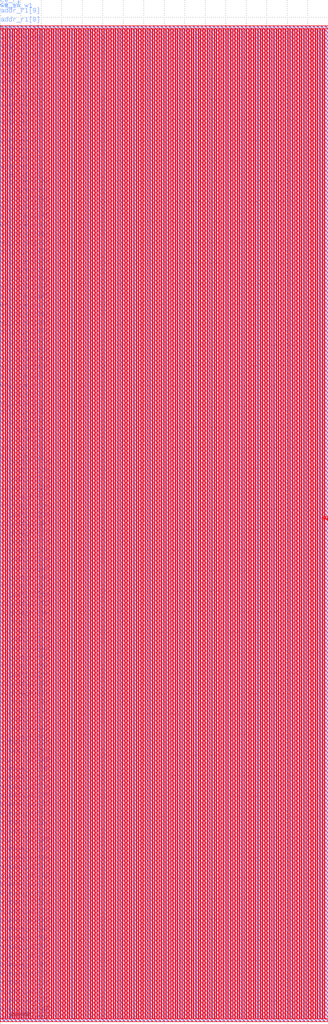
<source format=lef>
VERSION 5.7 ;
BUSBITCHARS "[]" ;
MACRO fakeram_32x1024_1r1w
  FOREIGN fakeram_32x1024_1r1w 0 0 ;
  SYMMETRY X Y R90 ;
  SIZE 159.980 BY 485.800 ;
  CLASS BLOCK ;
  PIN w_mask_w1[0]
    DIRECTION INPUT ;
    USE SIGNAL ;
    SHAPE ABUTMENT ;
    PORT
      LAYER metal3 ;
      RECT 0.000 -0.595 0.070 -0.525 ;
    END
  END w_mask_w1[0]
  PIN w_mask_w1[1]
    DIRECTION INPUT ;
    USE SIGNAL ;
    SHAPE ABUTMENT ;
    PORT
      LAYER metal3 ;
      RECT 0.000 3.745 0.070 3.815 ;
    END
  END w_mask_w1[1]
  PIN w_mask_w1[2]
    DIRECTION INPUT ;
    USE SIGNAL ;
    SHAPE ABUTMENT ;
    PORT
      LAYER metal3 ;
      RECT 0.000 8.085 0.070 8.155 ;
    END
  END w_mask_w1[2]
  PIN w_mask_w1[3]
    DIRECTION INPUT ;
    USE SIGNAL ;
    SHAPE ABUTMENT ;
    PORT
      LAYER metal3 ;
      RECT 0.000 12.425 0.070 12.495 ;
    END
  END w_mask_w1[3]
  PIN w_mask_w1[4]
    DIRECTION INPUT ;
    USE SIGNAL ;
    SHAPE ABUTMENT ;
    PORT
      LAYER metal3 ;
      RECT 0.000 16.765 0.070 16.835 ;
    END
  END w_mask_w1[4]
  PIN w_mask_w1[5]
    DIRECTION INPUT ;
    USE SIGNAL ;
    SHAPE ABUTMENT ;
    PORT
      LAYER metal3 ;
      RECT 0.000 21.105 0.070 21.175 ;
    END
  END w_mask_w1[5]
  PIN w_mask_w1[6]
    DIRECTION INPUT ;
    USE SIGNAL ;
    SHAPE ABUTMENT ;
    PORT
      LAYER metal3 ;
      RECT 0.000 25.445 0.070 25.515 ;
    END
  END w_mask_w1[6]
  PIN w_mask_w1[7]
    DIRECTION INPUT ;
    USE SIGNAL ;
    SHAPE ABUTMENT ;
    PORT
      LAYER metal3 ;
      RECT 0.000 29.785 0.070 29.855 ;
    END
  END w_mask_w1[7]
  PIN w_mask_w1[8]
    DIRECTION INPUT ;
    USE SIGNAL ;
    SHAPE ABUTMENT ;
    PORT
      LAYER metal3 ;
      RECT 0.000 34.125 0.070 34.195 ;
    END
  END w_mask_w1[8]
  PIN w_mask_w1[9]
    DIRECTION INPUT ;
    USE SIGNAL ;
    SHAPE ABUTMENT ;
    PORT
      LAYER metal3 ;
      RECT 0.000 38.465 0.070 38.535 ;
    END
  END w_mask_w1[9]
  PIN w_mask_w1[10]
    DIRECTION INPUT ;
    USE SIGNAL ;
    SHAPE ABUTMENT ;
    PORT
      LAYER metal3 ;
      RECT 0.000 42.805 0.070 42.875 ;
    END
  END w_mask_w1[10]
  PIN w_mask_w1[11]
    DIRECTION INPUT ;
    USE SIGNAL ;
    SHAPE ABUTMENT ;
    PORT
      LAYER metal3 ;
      RECT 0.000 47.145 0.070 47.215 ;
    END
  END w_mask_w1[11]
  PIN w_mask_w1[12]
    DIRECTION INPUT ;
    USE SIGNAL ;
    SHAPE ABUTMENT ;
    PORT
      LAYER metal3 ;
      RECT 0.000 51.485 0.070 51.555 ;
    END
  END w_mask_w1[12]
  PIN w_mask_w1[13]
    DIRECTION INPUT ;
    USE SIGNAL ;
    SHAPE ABUTMENT ;
    PORT
      LAYER metal3 ;
      RECT 0.000 55.825 0.070 55.895 ;
    END
  END w_mask_w1[13]
  PIN w_mask_w1[14]
    DIRECTION INPUT ;
    USE SIGNAL ;
    SHAPE ABUTMENT ;
    PORT
      LAYER metal3 ;
      RECT 0.000 60.165 0.070 60.235 ;
    END
  END w_mask_w1[14]
  PIN w_mask_w1[15]
    DIRECTION INPUT ;
    USE SIGNAL ;
    SHAPE ABUTMENT ;
    PORT
      LAYER metal3 ;
      RECT 0.000 64.505 0.070 64.575 ;
    END
  END w_mask_w1[15]
  PIN w_mask_w1[16]
    DIRECTION INPUT ;
    USE SIGNAL ;
    SHAPE ABUTMENT ;
    PORT
      LAYER metal3 ;
      RECT 0.000 68.845 0.070 68.915 ;
    END
  END w_mask_w1[16]
  PIN w_mask_w1[17]
    DIRECTION INPUT ;
    USE SIGNAL ;
    SHAPE ABUTMENT ;
    PORT
      LAYER metal3 ;
      RECT 0.000 73.185 0.070 73.255 ;
    END
  END w_mask_w1[17]
  PIN w_mask_w1[18]
    DIRECTION INPUT ;
    USE SIGNAL ;
    SHAPE ABUTMENT ;
    PORT
      LAYER metal3 ;
      RECT 0.000 77.525 0.070 77.595 ;
    END
  END w_mask_w1[18]
  PIN w_mask_w1[19]
    DIRECTION INPUT ;
    USE SIGNAL ;
    SHAPE ABUTMENT ;
    PORT
      LAYER metal3 ;
      RECT 0.000 81.865 0.070 81.935 ;
    END
  END w_mask_w1[19]
  PIN w_mask_w1[20]
    DIRECTION INPUT ;
    USE SIGNAL ;
    SHAPE ABUTMENT ;
    PORT
      LAYER metal3 ;
      RECT 0.000 86.205 0.070 86.275 ;
    END
  END w_mask_w1[20]
  PIN w_mask_w1[21]
    DIRECTION INPUT ;
    USE SIGNAL ;
    SHAPE ABUTMENT ;
    PORT
      LAYER metal3 ;
      RECT 0.000 90.545 0.070 90.615 ;
    END
  END w_mask_w1[21]
  PIN w_mask_w1[22]
    DIRECTION INPUT ;
    USE SIGNAL ;
    SHAPE ABUTMENT ;
    PORT
      LAYER metal3 ;
      RECT 0.000 94.885 0.070 94.955 ;
    END
  END w_mask_w1[22]
  PIN w_mask_w1[23]
    DIRECTION INPUT ;
    USE SIGNAL ;
    SHAPE ABUTMENT ;
    PORT
      LAYER metal3 ;
      RECT 0.000 99.225 0.070 99.295 ;
    END
  END w_mask_w1[23]
  PIN w_mask_w1[24]
    DIRECTION INPUT ;
    USE SIGNAL ;
    SHAPE ABUTMENT ;
    PORT
      LAYER metal3 ;
      RECT 0.000 103.565 0.070 103.635 ;
    END
  END w_mask_w1[24]
  PIN w_mask_w1[25]
    DIRECTION INPUT ;
    USE SIGNAL ;
    SHAPE ABUTMENT ;
    PORT
      LAYER metal3 ;
      RECT 0.000 107.905 0.070 107.975 ;
    END
  END w_mask_w1[25]
  PIN w_mask_w1[26]
    DIRECTION INPUT ;
    USE SIGNAL ;
    SHAPE ABUTMENT ;
    PORT
      LAYER metal3 ;
      RECT 0.000 112.245 0.070 112.315 ;
    END
  END w_mask_w1[26]
  PIN w_mask_w1[27]
    DIRECTION INPUT ;
    USE SIGNAL ;
    SHAPE ABUTMENT ;
    PORT
      LAYER metal3 ;
      RECT 0.000 116.585 0.070 116.655 ;
    END
  END w_mask_w1[27]
  PIN w_mask_w1[28]
    DIRECTION INPUT ;
    USE SIGNAL ;
    SHAPE ABUTMENT ;
    PORT
      LAYER metal3 ;
      RECT 0.000 120.925 0.070 120.995 ;
    END
  END w_mask_w1[28]
  PIN w_mask_w1[29]
    DIRECTION INPUT ;
    USE SIGNAL ;
    SHAPE ABUTMENT ;
    PORT
      LAYER metal3 ;
      RECT 0.000 125.265 0.070 125.335 ;
    END
  END w_mask_w1[29]
  PIN w_mask_w1[30]
    DIRECTION INPUT ;
    USE SIGNAL ;
    SHAPE ABUTMENT ;
    PORT
      LAYER metal3 ;
      RECT 0.000 129.605 0.070 129.675 ;
    END
  END w_mask_w1[30]
  PIN w_mask_w1[31]
    DIRECTION INPUT ;
    USE SIGNAL ;
    SHAPE ABUTMENT ;
    PORT
      LAYER metal3 ;
      RECT 0.000 133.945 0.070 134.015 ;
    END
  END w_mask_w1[31]
  PIN rd_out_r1[0]
    DIRECTION OUTPUT ;
    USE SIGNAL ;
    SHAPE ABUTMENT ;
    PORT
      LAYER metal3 ;
      RECT 0.000 136.325 0.070 136.395 ;
    END
  END rd_out_r1[0]
  PIN rd_out_r1[1]
    DIRECTION OUTPUT ;
    USE SIGNAL ;
    SHAPE ABUTMENT ;
    PORT
      LAYER metal3 ;
      RECT 0.000 140.665 0.070 140.735 ;
    END
  END rd_out_r1[1]
  PIN rd_out_r1[2]
    DIRECTION OUTPUT ;
    USE SIGNAL ;
    SHAPE ABUTMENT ;
    PORT
      LAYER metal3 ;
      RECT 0.000 145.005 0.070 145.075 ;
    END
  END rd_out_r1[2]
  PIN rd_out_r1[3]
    DIRECTION OUTPUT ;
    USE SIGNAL ;
    SHAPE ABUTMENT ;
    PORT
      LAYER metal3 ;
      RECT 0.000 149.345 0.070 149.415 ;
    END
  END rd_out_r1[3]
  PIN rd_out_r1[4]
    DIRECTION OUTPUT ;
    USE SIGNAL ;
    SHAPE ABUTMENT ;
    PORT
      LAYER metal3 ;
      RECT 0.000 153.685 0.070 153.755 ;
    END
  END rd_out_r1[4]
  PIN rd_out_r1[5]
    DIRECTION OUTPUT ;
    USE SIGNAL ;
    SHAPE ABUTMENT ;
    PORT
      LAYER metal3 ;
      RECT 0.000 158.025 0.070 158.095 ;
    END
  END rd_out_r1[5]
  PIN rd_out_r1[6]
    DIRECTION OUTPUT ;
    USE SIGNAL ;
    SHAPE ABUTMENT ;
    PORT
      LAYER metal3 ;
      RECT 0.000 162.365 0.070 162.435 ;
    END
  END rd_out_r1[6]
  PIN rd_out_r1[7]
    DIRECTION OUTPUT ;
    USE SIGNAL ;
    SHAPE ABUTMENT ;
    PORT
      LAYER metal3 ;
      RECT 0.000 166.705 0.070 166.775 ;
    END
  END rd_out_r1[7]
  PIN rd_out_r1[8]
    DIRECTION OUTPUT ;
    USE SIGNAL ;
    SHAPE ABUTMENT ;
    PORT
      LAYER metal3 ;
      RECT 0.000 171.045 0.070 171.115 ;
    END
  END rd_out_r1[8]
  PIN rd_out_r1[9]
    DIRECTION OUTPUT ;
    USE SIGNAL ;
    SHAPE ABUTMENT ;
    PORT
      LAYER metal3 ;
      RECT 0.000 175.385 0.070 175.455 ;
    END
  END rd_out_r1[9]
  PIN rd_out_r1[10]
    DIRECTION OUTPUT ;
    USE SIGNAL ;
    SHAPE ABUTMENT ;
    PORT
      LAYER metal3 ;
      RECT 0.000 179.725 0.070 179.795 ;
    END
  END rd_out_r1[10]
  PIN rd_out_r1[11]
    DIRECTION OUTPUT ;
    USE SIGNAL ;
    SHAPE ABUTMENT ;
    PORT
      LAYER metal3 ;
      RECT 0.000 184.065 0.070 184.135 ;
    END
  END rd_out_r1[11]
  PIN rd_out_r1[12]
    DIRECTION OUTPUT ;
    USE SIGNAL ;
    SHAPE ABUTMENT ;
    PORT
      LAYER metal3 ;
      RECT 0.000 188.405 0.070 188.475 ;
    END
  END rd_out_r1[12]
  PIN rd_out_r1[13]
    DIRECTION OUTPUT ;
    USE SIGNAL ;
    SHAPE ABUTMENT ;
    PORT
      LAYER metal3 ;
      RECT 0.000 192.745 0.070 192.815 ;
    END
  END rd_out_r1[13]
  PIN rd_out_r1[14]
    DIRECTION OUTPUT ;
    USE SIGNAL ;
    SHAPE ABUTMENT ;
    PORT
      LAYER metal3 ;
      RECT 0.000 197.085 0.070 197.155 ;
    END
  END rd_out_r1[14]
  PIN rd_out_r1[15]
    DIRECTION OUTPUT ;
    USE SIGNAL ;
    SHAPE ABUTMENT ;
    PORT
      LAYER metal3 ;
      RECT 0.000 201.425 0.070 201.495 ;
    END
  END rd_out_r1[15]
  PIN rd_out_r1[16]
    DIRECTION OUTPUT ;
    USE SIGNAL ;
    SHAPE ABUTMENT ;
    PORT
      LAYER metal3 ;
      RECT 0.000 205.765 0.070 205.835 ;
    END
  END rd_out_r1[16]
  PIN rd_out_r1[17]
    DIRECTION OUTPUT ;
    USE SIGNAL ;
    SHAPE ABUTMENT ;
    PORT
      LAYER metal3 ;
      RECT 0.000 210.105 0.070 210.175 ;
    END
  END rd_out_r1[17]
  PIN rd_out_r1[18]
    DIRECTION OUTPUT ;
    USE SIGNAL ;
    SHAPE ABUTMENT ;
    PORT
      LAYER metal3 ;
      RECT 0.000 214.445 0.070 214.515 ;
    END
  END rd_out_r1[18]
  PIN rd_out_r1[19]
    DIRECTION OUTPUT ;
    USE SIGNAL ;
    SHAPE ABUTMENT ;
    PORT
      LAYER metal3 ;
      RECT 0.000 218.785 0.070 218.855 ;
    END
  END rd_out_r1[19]
  PIN rd_out_r1[20]
    DIRECTION OUTPUT ;
    USE SIGNAL ;
    SHAPE ABUTMENT ;
    PORT
      LAYER metal3 ;
      RECT 0.000 223.125 0.070 223.195 ;
    END
  END rd_out_r1[20]
  PIN rd_out_r1[21]
    DIRECTION OUTPUT ;
    USE SIGNAL ;
    SHAPE ABUTMENT ;
    PORT
      LAYER metal3 ;
      RECT 0.000 227.465 0.070 227.535 ;
    END
  END rd_out_r1[21]
  PIN rd_out_r1[22]
    DIRECTION OUTPUT ;
    USE SIGNAL ;
    SHAPE ABUTMENT ;
    PORT
      LAYER metal3 ;
      RECT 0.000 231.805 0.070 231.875 ;
    END
  END rd_out_r1[22]
  PIN rd_out_r1[23]
    DIRECTION OUTPUT ;
    USE SIGNAL ;
    SHAPE ABUTMENT ;
    PORT
      LAYER metal3 ;
      RECT 0.000 236.145 0.070 236.215 ;
    END
  END rd_out_r1[23]
  PIN rd_out_r1[24]
    DIRECTION OUTPUT ;
    USE SIGNAL ;
    SHAPE ABUTMENT ;
    PORT
      LAYER metal3 ;
      RECT 0.000 240.485 0.070 240.555 ;
    END
  END rd_out_r1[24]
  PIN rd_out_r1[25]
    DIRECTION OUTPUT ;
    USE SIGNAL ;
    SHAPE ABUTMENT ;
    PORT
      LAYER metal3 ;
      RECT 0.000 244.825 0.070 244.895 ;
    END
  END rd_out_r1[25]
  PIN rd_out_r1[26]
    DIRECTION OUTPUT ;
    USE SIGNAL ;
    SHAPE ABUTMENT ;
    PORT
      LAYER metal3 ;
      RECT 0.000 249.165 0.070 249.235 ;
    END
  END rd_out_r1[26]
  PIN rd_out_r1[27]
    DIRECTION OUTPUT ;
    USE SIGNAL ;
    SHAPE ABUTMENT ;
    PORT
      LAYER metal3 ;
      RECT 0.000 253.505 0.070 253.575 ;
    END
  END rd_out_r1[27]
  PIN rd_out_r1[28]
    DIRECTION OUTPUT ;
    USE SIGNAL ;
    SHAPE ABUTMENT ;
    PORT
      LAYER metal3 ;
      RECT 0.000 257.845 0.070 257.915 ;
    END
  END rd_out_r1[28]
  PIN rd_out_r1[29]
    DIRECTION OUTPUT ;
    USE SIGNAL ;
    SHAPE ABUTMENT ;
    PORT
      LAYER metal3 ;
      RECT 0.000 262.185 0.070 262.255 ;
    END
  END rd_out_r1[29]
  PIN rd_out_r1[30]
    DIRECTION OUTPUT ;
    USE SIGNAL ;
    SHAPE ABUTMENT ;
    PORT
      LAYER metal3 ;
      RECT 0.000 266.525 0.070 266.595 ;
    END
  END rd_out_r1[30]
  PIN rd_out_r1[31]
    DIRECTION OUTPUT ;
    USE SIGNAL ;
    SHAPE ABUTMENT ;
    PORT
      LAYER metal3 ;
      RECT 0.000 270.865 0.070 270.935 ;
    END
  END rd_out_r1[31]
  PIN wd_in_w1[0]
    DIRECTION INPUT ;
    USE SIGNAL ;
    SHAPE ABUTMENT ;
    PORT
      LAYER metal3 ;
      RECT 0.000 273.245 0.070 273.315 ;
    END
  END wd_in_w1[0]
  PIN wd_in_w1[1]
    DIRECTION INPUT ;
    USE SIGNAL ;
    SHAPE ABUTMENT ;
    PORT
      LAYER metal3 ;
      RECT 0.000 277.585 0.070 277.655 ;
    END
  END wd_in_w1[1]
  PIN wd_in_w1[2]
    DIRECTION INPUT ;
    USE SIGNAL ;
    SHAPE ABUTMENT ;
    PORT
      LAYER metal3 ;
      RECT 0.000 281.925 0.070 281.995 ;
    END
  END wd_in_w1[2]
  PIN wd_in_w1[3]
    DIRECTION INPUT ;
    USE SIGNAL ;
    SHAPE ABUTMENT ;
    PORT
      LAYER metal3 ;
      RECT 0.000 286.265 0.070 286.335 ;
    END
  END wd_in_w1[3]
  PIN wd_in_w1[4]
    DIRECTION INPUT ;
    USE SIGNAL ;
    SHAPE ABUTMENT ;
    PORT
      LAYER metal3 ;
      RECT 0.000 290.605 0.070 290.675 ;
    END
  END wd_in_w1[4]
  PIN wd_in_w1[5]
    DIRECTION INPUT ;
    USE SIGNAL ;
    SHAPE ABUTMENT ;
    PORT
      LAYER metal3 ;
      RECT 0.000 294.945 0.070 295.015 ;
    END
  END wd_in_w1[5]
  PIN wd_in_w1[6]
    DIRECTION INPUT ;
    USE SIGNAL ;
    SHAPE ABUTMENT ;
    PORT
      LAYER metal3 ;
      RECT 0.000 299.285 0.070 299.355 ;
    END
  END wd_in_w1[6]
  PIN wd_in_w1[7]
    DIRECTION INPUT ;
    USE SIGNAL ;
    SHAPE ABUTMENT ;
    PORT
      LAYER metal3 ;
      RECT 0.000 303.625 0.070 303.695 ;
    END
  END wd_in_w1[7]
  PIN wd_in_w1[8]
    DIRECTION INPUT ;
    USE SIGNAL ;
    SHAPE ABUTMENT ;
    PORT
      LAYER metal3 ;
      RECT 0.000 307.965 0.070 308.035 ;
    END
  END wd_in_w1[8]
  PIN wd_in_w1[9]
    DIRECTION INPUT ;
    USE SIGNAL ;
    SHAPE ABUTMENT ;
    PORT
      LAYER metal3 ;
      RECT 0.000 312.305 0.070 312.375 ;
    END
  END wd_in_w1[9]
  PIN wd_in_w1[10]
    DIRECTION INPUT ;
    USE SIGNAL ;
    SHAPE ABUTMENT ;
    PORT
      LAYER metal3 ;
      RECT 0.000 316.645 0.070 316.715 ;
    END
  END wd_in_w1[10]
  PIN wd_in_w1[11]
    DIRECTION INPUT ;
    USE SIGNAL ;
    SHAPE ABUTMENT ;
    PORT
      LAYER metal3 ;
      RECT 0.000 320.985 0.070 321.055 ;
    END
  END wd_in_w1[11]
  PIN wd_in_w1[12]
    DIRECTION INPUT ;
    USE SIGNAL ;
    SHAPE ABUTMENT ;
    PORT
      LAYER metal3 ;
      RECT 0.000 325.325 0.070 325.395 ;
    END
  END wd_in_w1[12]
  PIN wd_in_w1[13]
    DIRECTION INPUT ;
    USE SIGNAL ;
    SHAPE ABUTMENT ;
    PORT
      LAYER metal3 ;
      RECT 0.000 329.665 0.070 329.735 ;
    END
  END wd_in_w1[13]
  PIN wd_in_w1[14]
    DIRECTION INPUT ;
    USE SIGNAL ;
    SHAPE ABUTMENT ;
    PORT
      LAYER metal3 ;
      RECT 0.000 334.005 0.070 334.075 ;
    END
  END wd_in_w1[14]
  PIN wd_in_w1[15]
    DIRECTION INPUT ;
    USE SIGNAL ;
    SHAPE ABUTMENT ;
    PORT
      LAYER metal3 ;
      RECT 0.000 338.345 0.070 338.415 ;
    END
  END wd_in_w1[15]
  PIN wd_in_w1[16]
    DIRECTION INPUT ;
    USE SIGNAL ;
    SHAPE ABUTMENT ;
    PORT
      LAYER metal3 ;
      RECT 0.000 342.685 0.070 342.755 ;
    END
  END wd_in_w1[16]
  PIN wd_in_w1[17]
    DIRECTION INPUT ;
    USE SIGNAL ;
    SHAPE ABUTMENT ;
    PORT
      LAYER metal3 ;
      RECT 0.000 347.025 0.070 347.095 ;
    END
  END wd_in_w1[17]
  PIN wd_in_w1[18]
    DIRECTION INPUT ;
    USE SIGNAL ;
    SHAPE ABUTMENT ;
    PORT
      LAYER metal3 ;
      RECT 0.000 351.365 0.070 351.435 ;
    END
  END wd_in_w1[18]
  PIN wd_in_w1[19]
    DIRECTION INPUT ;
    USE SIGNAL ;
    SHAPE ABUTMENT ;
    PORT
      LAYER metal3 ;
      RECT 0.000 355.705 0.070 355.775 ;
    END
  END wd_in_w1[19]
  PIN wd_in_w1[20]
    DIRECTION INPUT ;
    USE SIGNAL ;
    SHAPE ABUTMENT ;
    PORT
      LAYER metal3 ;
      RECT 0.000 360.045 0.070 360.115 ;
    END
  END wd_in_w1[20]
  PIN wd_in_w1[21]
    DIRECTION INPUT ;
    USE SIGNAL ;
    SHAPE ABUTMENT ;
    PORT
      LAYER metal3 ;
      RECT 0.000 364.385 0.070 364.455 ;
    END
  END wd_in_w1[21]
  PIN wd_in_w1[22]
    DIRECTION INPUT ;
    USE SIGNAL ;
    SHAPE ABUTMENT ;
    PORT
      LAYER metal3 ;
      RECT 0.000 368.725 0.070 368.795 ;
    END
  END wd_in_w1[22]
  PIN wd_in_w1[23]
    DIRECTION INPUT ;
    USE SIGNAL ;
    SHAPE ABUTMENT ;
    PORT
      LAYER metal3 ;
      RECT 0.000 373.065 0.070 373.135 ;
    END
  END wd_in_w1[23]
  PIN wd_in_w1[24]
    DIRECTION INPUT ;
    USE SIGNAL ;
    SHAPE ABUTMENT ;
    PORT
      LAYER metal3 ;
      RECT 0.000 377.405 0.070 377.475 ;
    END
  END wd_in_w1[24]
  PIN wd_in_w1[25]
    DIRECTION INPUT ;
    USE SIGNAL ;
    SHAPE ABUTMENT ;
    PORT
      LAYER metal3 ;
      RECT 0.000 381.745 0.070 381.815 ;
    END
  END wd_in_w1[25]
  PIN wd_in_w1[26]
    DIRECTION INPUT ;
    USE SIGNAL ;
    SHAPE ABUTMENT ;
    PORT
      LAYER metal3 ;
      RECT 0.000 386.085 0.070 386.155 ;
    END
  END wd_in_w1[26]
  PIN wd_in_w1[27]
    DIRECTION INPUT ;
    USE SIGNAL ;
    SHAPE ABUTMENT ;
    PORT
      LAYER metal3 ;
      RECT 0.000 390.425 0.070 390.495 ;
    END
  END wd_in_w1[27]
  PIN wd_in_w1[28]
    DIRECTION INPUT ;
    USE SIGNAL ;
    SHAPE ABUTMENT ;
    PORT
      LAYER metal3 ;
      RECT 0.000 394.765 0.070 394.835 ;
    END
  END wd_in_w1[28]
  PIN wd_in_w1[29]
    DIRECTION INPUT ;
    USE SIGNAL ;
    SHAPE ABUTMENT ;
    PORT
      LAYER metal3 ;
      RECT 0.000 399.105 0.070 399.175 ;
    END
  END wd_in_w1[29]
  PIN wd_in_w1[30]
    DIRECTION INPUT ;
    USE SIGNAL ;
    SHAPE ABUTMENT ;
    PORT
      LAYER metal3 ;
      RECT 0.000 403.445 0.070 403.515 ;
    END
  END wd_in_w1[30]
  PIN wd_in_w1[31]
    DIRECTION INPUT ;
    USE SIGNAL ;
    SHAPE ABUTMENT ;
    PORT
      LAYER metal3 ;
      RECT 0.000 407.785 0.070 407.855 ;
    END
  END wd_in_w1[31]
  PIN addr_w1[0]
    DIRECTION INPUT ;
    USE SIGNAL ;
    SHAPE ABUTMENT ;
    PORT
      LAYER metal3 ;
      RECT 0.000 410.165 0.070 410.235 ;
    END
  END addr_w1[0]
  PIN addr_w1[1]
    DIRECTION INPUT ;
    USE SIGNAL ;
    SHAPE ABUTMENT ;
    PORT
      LAYER metal3 ;
      RECT 0.000 414.505 0.070 414.575 ;
    END
  END addr_w1[1]
  PIN addr_w1[2]
    DIRECTION INPUT ;
    USE SIGNAL ;
    SHAPE ABUTMENT ;
    PORT
      LAYER metal3 ;
      RECT 0.000 418.845 0.070 418.915 ;
    END
  END addr_w1[2]
  PIN addr_w1[3]
    DIRECTION INPUT ;
    USE SIGNAL ;
    SHAPE ABUTMENT ;
    PORT
      LAYER metal3 ;
      RECT 0.000 423.185 0.070 423.255 ;
    END
  END addr_w1[3]
  PIN addr_w1[4]
    DIRECTION INPUT ;
    USE SIGNAL ;
    SHAPE ABUTMENT ;
    PORT
      LAYER metal3 ;
      RECT 0.000 427.525 0.070 427.595 ;
    END
  END addr_w1[4]
  PIN addr_w1[5]
    DIRECTION INPUT ;
    USE SIGNAL ;
    SHAPE ABUTMENT ;
    PORT
      LAYER metal3 ;
      RECT 0.000 431.865 0.070 431.935 ;
    END
  END addr_w1[5]
  PIN addr_w1[6]
    DIRECTION INPUT ;
    USE SIGNAL ;
    SHAPE ABUTMENT ;
    PORT
      LAYER metal3 ;
      RECT 0.000 436.205 0.070 436.275 ;
    END
  END addr_w1[6]
  PIN addr_w1[7]
    DIRECTION INPUT ;
    USE SIGNAL ;
    SHAPE ABUTMENT ;
    PORT
      LAYER metal3 ;
      RECT 0.000 440.545 0.070 440.615 ;
    END
  END addr_w1[7]
  PIN addr_w1[8]
    DIRECTION INPUT ;
    USE SIGNAL ;
    SHAPE ABUTMENT ;
    PORT
      LAYER metal3 ;
      RECT 0.000 444.885 0.070 444.955 ;
    END
  END addr_w1[8]
  PIN addr_w1[9]
    DIRECTION INPUT ;
    USE SIGNAL ;
    SHAPE ABUTMENT ;
    PORT
      LAYER metal3 ;
      RECT 0.000 449.225 0.070 449.295 ;
    END
  END addr_w1[9]
  PIN addr_r1[0]
    DIRECTION INPUT ;
    USE SIGNAL ;
    SHAPE ABUTMENT ;
    PORT
      LAYER metal3 ;
      RECT 0.000 451.605 0.070 451.675 ;
    END
  END addr_r1[0]
  PIN addr_r1[1]
    DIRECTION INPUT ;
    USE SIGNAL ;
    SHAPE ABUTMENT ;
    PORT
      LAYER metal3 ;
      RECT 0.000 455.945 0.070 456.015 ;
    END
  END addr_r1[1]
  PIN addr_r1[2]
    DIRECTION INPUT ;
    USE SIGNAL ;
    SHAPE ABUTMENT ;
    PORT
      LAYER metal3 ;
      RECT 0.000 460.285 0.070 460.355 ;
    END
  END addr_r1[2]
  PIN addr_r1[3]
    DIRECTION INPUT ;
    USE SIGNAL ;
    SHAPE ABUTMENT ;
    PORT
      LAYER metal3 ;
      RECT 0.000 464.625 0.070 464.695 ;
    END
  END addr_r1[3]
  PIN addr_r1[4]
    DIRECTION INPUT ;
    USE SIGNAL ;
    SHAPE ABUTMENT ;
    PORT
      LAYER metal3 ;
      RECT 0.000 468.965 0.070 469.035 ;
    END
  END addr_r1[4]
  PIN addr_r1[5]
    DIRECTION INPUT ;
    USE SIGNAL ;
    SHAPE ABUTMENT ;
    PORT
      LAYER metal3 ;
      RECT 0.000 473.305 0.070 473.375 ;
    END
  END addr_r1[5]
  PIN addr_r1[6]
    DIRECTION INPUT ;
    USE SIGNAL ;
    SHAPE ABUTMENT ;
    PORT
      LAYER metal3 ;
      RECT 0.000 477.645 0.070 477.715 ;
    END
  END addr_r1[6]
  PIN addr_r1[7]
    DIRECTION INPUT ;
    USE SIGNAL ;
    SHAPE ABUTMENT ;
    PORT
      LAYER metal3 ;
      RECT 0.000 481.985 0.070 482.055 ;
    END
  END addr_r1[7]
  PIN addr_r1[8]
    DIRECTION INPUT ;
    USE SIGNAL ;
    SHAPE ABUTMENT ;
    PORT
      LAYER metal3 ;
      RECT 0.000 486.325 0.070 486.395 ;
    END
  END addr_r1[8]
  PIN addr_r1[9]
    DIRECTION INPUT ;
    USE SIGNAL ;
    SHAPE ABUTMENT ;
    PORT
      LAYER metal3 ;
      RECT 0.000 490.665 0.070 490.735 ;
    END
  END addr_r1[9]
  PIN we_in_w1
    DIRECTION INPUT ;
    USE SIGNAL ;
    SHAPE ABUTMENT ;
    PORT
      LAYER metal3 ;
      RECT 0.000 493.045 0.070 493.115 ;
    END
  END we_in_w1
  PIN ce_w1
    DIRECTION INPUT ;
    USE SIGNAL ;
    SHAPE ABUTMENT ;
    PORT
      LAYER metal3 ;
      RECT 0.000 493.465 0.070 493.535 ;
    END
  END ce_w1
  PIN ce_r1
    DIRECTION INPUT ;
    USE SIGNAL ;
    SHAPE ABUTMENT ;
    PORT
      LAYER metal3 ;
      RECT 0.000 495.845 0.070 495.915 ;
    END
  END ce_r1
  PIN clk
    DIRECTION INPUT ;
    USE SIGNAL ;
    SHAPE ABUTMENT ;
    PORT
      LAYER metal3 ;
      RECT 0.000 498.225 0.070 498.295 ;
    END
  END clk
  PIN VSS
    DIRECTION INOUT ;
    USE GROUND ;
    PORT
      LAYER metal4 ;
      RECT 1.260 1.400 1.540 484.400 ;
      RECT 3.500 1.400 3.780 484.400 ;
      RECT 5.740 1.400 6.020 484.400 ;
      RECT 7.980 1.400 8.260 484.400 ;
      RECT 10.220 1.400 10.500 484.400 ;
      RECT 12.460 1.400 12.740 484.400 ;
      RECT 14.700 1.400 14.980 484.400 ;
      RECT 16.940 1.400 17.220 484.400 ;
      RECT 19.180 1.400 19.460 484.400 ;
      RECT 21.420 1.400 21.700 484.400 ;
      RECT 23.660 1.400 23.940 484.400 ;
      RECT 25.900 1.400 26.180 484.400 ;
      RECT 28.140 1.400 28.420 484.400 ;
      RECT 30.380 1.400 30.660 484.400 ;
      RECT 32.620 1.400 32.900 484.400 ;
      RECT 34.860 1.400 35.140 484.400 ;
      RECT 37.100 1.400 37.380 484.400 ;
      RECT 39.340 1.400 39.620 484.400 ;
      RECT 41.580 1.400 41.860 484.400 ;
      RECT 43.820 1.400 44.100 484.400 ;
      RECT 46.060 1.400 46.340 484.400 ;
      RECT 48.300 1.400 48.580 484.400 ;
      RECT 50.540 1.400 50.820 484.400 ;
      RECT 52.780 1.400 53.060 484.400 ;
      RECT 55.020 1.400 55.300 484.400 ;
      RECT 57.260 1.400 57.540 484.400 ;
      RECT 59.500 1.400 59.780 484.400 ;
      RECT 61.740 1.400 62.020 484.400 ;
      RECT 63.980 1.400 64.260 484.400 ;
      RECT 66.220 1.400 66.500 484.400 ;
      RECT 68.460 1.400 68.740 484.400 ;
      RECT 70.700 1.400 70.980 484.400 ;
      RECT 72.940 1.400 73.220 484.400 ;
      RECT 75.180 1.400 75.460 484.400 ;
      RECT 77.420 1.400 77.700 484.400 ;
      RECT 79.660 1.400 79.940 484.400 ;
      RECT 81.900 1.400 82.180 484.400 ;
      RECT 84.140 1.400 84.420 484.400 ;
      RECT 86.380 1.400 86.660 484.400 ;
      RECT 88.620 1.400 88.900 484.400 ;
      RECT 90.860 1.400 91.140 484.400 ;
      RECT 93.100 1.400 93.380 484.400 ;
      RECT 95.340 1.400 95.620 484.400 ;
      RECT 97.580 1.400 97.860 484.400 ;
      RECT 99.820 1.400 100.100 484.400 ;
      RECT 102.060 1.400 102.340 484.400 ;
      RECT 104.300 1.400 104.580 484.400 ;
      RECT 106.540 1.400 106.820 484.400 ;
      RECT 108.780 1.400 109.060 484.400 ;
      RECT 111.020 1.400 111.300 484.400 ;
      RECT 113.260 1.400 113.540 484.400 ;
      RECT 115.500 1.400 115.780 484.400 ;
      RECT 117.740 1.400 118.020 484.400 ;
      RECT 119.980 1.400 120.260 484.400 ;
      RECT 122.220 1.400 122.500 484.400 ;
      RECT 124.460 1.400 124.740 484.400 ;
      RECT 126.700 1.400 126.980 484.400 ;
      RECT 128.940 1.400 129.220 484.400 ;
      RECT 131.180 1.400 131.460 484.400 ;
      RECT 133.420 1.400 133.700 484.400 ;
      RECT 135.660 1.400 135.940 484.400 ;
      RECT 137.900 1.400 138.180 484.400 ;
      RECT 140.140 1.400 140.420 484.400 ;
      RECT 142.380 1.400 142.660 484.400 ;
      RECT 144.620 1.400 144.900 484.400 ;
      RECT 146.860 1.400 147.140 484.400 ;
      RECT 149.100 1.400 149.380 484.400 ;
      RECT 151.340 1.400 151.620 484.400 ;
      RECT 153.580 1.400 153.860 484.400 ;
      RECT 155.820 1.400 156.100 484.400 ;
      RECT 158.060 1.400 158.340 484.400 ;
    END
  END VSS
  PIN VDD
    DIRECTION INOUT ;
    USE POWER ;
    PORT
      LAYER metal4 ;
      RECT 2.380 1.400 2.660 484.400 ;
      RECT 4.620 1.400 4.900 484.400 ;
      RECT 6.860 1.400 7.140 484.400 ;
      RECT 9.100 1.400 9.380 484.400 ;
      RECT 11.340 1.400 11.620 484.400 ;
      RECT 13.580 1.400 13.860 484.400 ;
      RECT 15.820 1.400 16.100 484.400 ;
      RECT 18.060 1.400 18.340 484.400 ;
      RECT 20.300 1.400 20.580 484.400 ;
      RECT 22.540 1.400 22.820 484.400 ;
      RECT 24.780 1.400 25.060 484.400 ;
      RECT 27.020 1.400 27.300 484.400 ;
      RECT 29.260 1.400 29.540 484.400 ;
      RECT 31.500 1.400 31.780 484.400 ;
      RECT 33.740 1.400 34.020 484.400 ;
      RECT 35.980 1.400 36.260 484.400 ;
      RECT 38.220 1.400 38.500 484.400 ;
      RECT 40.460 1.400 40.740 484.400 ;
      RECT 42.700 1.400 42.980 484.400 ;
      RECT 44.940 1.400 45.220 484.400 ;
      RECT 47.180 1.400 47.460 484.400 ;
      RECT 49.420 1.400 49.700 484.400 ;
      RECT 51.660 1.400 51.940 484.400 ;
      RECT 53.900 1.400 54.180 484.400 ;
      RECT 56.140 1.400 56.420 484.400 ;
      RECT 58.380 1.400 58.660 484.400 ;
      RECT 60.620 1.400 60.900 484.400 ;
      RECT 62.860 1.400 63.140 484.400 ;
      RECT 65.100 1.400 65.380 484.400 ;
      RECT 67.340 1.400 67.620 484.400 ;
      RECT 69.580 1.400 69.860 484.400 ;
      RECT 71.820 1.400 72.100 484.400 ;
      RECT 74.060 1.400 74.340 484.400 ;
      RECT 76.300 1.400 76.580 484.400 ;
      RECT 78.540 1.400 78.820 484.400 ;
      RECT 80.780 1.400 81.060 484.400 ;
      RECT 83.020 1.400 83.300 484.400 ;
      RECT 85.260 1.400 85.540 484.400 ;
      RECT 87.500 1.400 87.780 484.400 ;
      RECT 89.740 1.400 90.020 484.400 ;
      RECT 91.980 1.400 92.260 484.400 ;
      RECT 94.220 1.400 94.500 484.400 ;
      RECT 96.460 1.400 96.740 484.400 ;
      RECT 98.700 1.400 98.980 484.400 ;
      RECT 100.940 1.400 101.220 484.400 ;
      RECT 103.180 1.400 103.460 484.400 ;
      RECT 105.420 1.400 105.700 484.400 ;
      RECT 107.660 1.400 107.940 484.400 ;
      RECT 109.900 1.400 110.180 484.400 ;
      RECT 112.140 1.400 112.420 484.400 ;
      RECT 114.380 1.400 114.660 484.400 ;
      RECT 116.620 1.400 116.900 484.400 ;
      RECT 118.860 1.400 119.140 484.400 ;
      RECT 121.100 1.400 121.380 484.400 ;
      RECT 123.340 1.400 123.620 484.400 ;
      RECT 125.580 1.400 125.860 484.400 ;
      RECT 127.820 1.400 128.100 484.400 ;
      RECT 130.060 1.400 130.340 484.400 ;
      RECT 132.300 1.400 132.580 484.400 ;
      RECT 134.540 1.400 134.820 484.400 ;
      RECT 136.780 1.400 137.060 484.400 ;
      RECT 139.020 1.400 139.300 484.400 ;
      RECT 141.260 1.400 141.540 484.400 ;
      RECT 143.500 1.400 143.780 484.400 ;
      RECT 145.740 1.400 146.020 484.400 ;
      RECT 147.980 1.400 148.260 484.400 ;
      RECT 150.220 1.400 150.500 484.400 ;
      RECT 152.460 1.400 152.740 484.400 ;
      RECT 154.700 1.400 154.980 484.400 ;
      RECT 156.940 1.400 157.220 484.400 ;
    END
  END VDD
  OBS
    LAYER metal1 ;
    RECT 0 0 159.980 485.800 ;
    LAYER metal2 ;
    RECT 0 0 159.980 485.800 ;
    LAYER metal3 ;
    RECT 0.070 0 159.980 485.800 ;
    RECT 0 0.000 0.070 1.365 ;
    RECT 0 1.435 0.070 5.705 ;
    RECT 0 5.775 0.070 10.045 ;
    RECT 0 10.115 0.070 14.385 ;
    RECT 0 14.455 0.070 18.725 ;
    RECT 0 18.795 0.070 23.065 ;
    RECT 0 23.135 0.070 27.405 ;
    RECT 0 27.475 0.070 31.745 ;
    RECT 0 31.815 0.070 36.085 ;
    RECT 0 36.155 0.070 40.425 ;
    RECT 0 40.495 0.070 44.765 ;
    RECT 0 44.835 0.070 49.105 ;
    RECT 0 49.175 0.070 53.445 ;
    RECT 0 53.515 0.070 57.785 ;
    RECT 0 57.855 0.070 62.125 ;
    RECT 0 62.195 0.070 66.465 ;
    RECT 0 66.535 0.070 70.805 ;
    RECT 0 70.875 0.070 75.145 ;
    RECT 0 75.215 0.070 79.485 ;
    RECT 0 79.555 0.070 83.825 ;
    RECT 0 83.895 0.070 88.165 ;
    RECT 0 88.235 0.070 92.505 ;
    RECT 0 92.575 0.070 96.845 ;
    RECT 0 96.915 0.070 101.185 ;
    RECT 0 101.255 0.070 105.525 ;
    RECT 0 105.595 0.070 109.865 ;
    RECT 0 109.935 0.070 114.205 ;
    RECT 0 114.275 0.070 118.545 ;
    RECT 0 118.615 0.070 122.885 ;
    RECT 0 122.955 0.070 127.225 ;
    RECT 0 127.295 0.070 131.565 ;
    RECT 0 131.635 0.070 135.905 ;
    RECT 0 135.975 0.070 138.285 ;
    RECT 0 138.355 0.070 142.625 ;
    RECT 0 142.695 0.070 146.965 ;
    RECT 0 147.035 0.070 151.305 ;
    RECT 0 151.375 0.070 155.645 ;
    RECT 0 155.715 0.070 159.985 ;
    RECT 0 160.055 0.070 164.325 ;
    RECT 0 164.395 0.070 168.665 ;
    RECT 0 168.735 0.070 173.005 ;
    RECT 0 173.075 0.070 177.345 ;
    RECT 0 177.415 0.070 181.685 ;
    RECT 0 181.755 0.070 186.025 ;
    RECT 0 186.095 0.070 190.365 ;
    RECT 0 190.435 0.070 194.705 ;
    RECT 0 194.775 0.070 199.045 ;
    RECT 0 199.115 0.070 203.385 ;
    RECT 0 203.455 0.070 207.725 ;
    RECT 0 207.795 0.070 212.065 ;
    RECT 0 212.135 0.070 216.405 ;
    RECT 0 216.475 0.070 220.745 ;
    RECT 0 220.815 0.070 225.085 ;
    RECT 0 225.155 0.070 229.425 ;
    RECT 0 229.495 0.070 233.765 ;
    RECT 0 233.835 0.070 238.105 ;
    RECT 0 238.175 0.070 242.445 ;
    RECT 0 242.515 0.070 246.785 ;
    RECT 0 246.855 0.070 251.125 ;
    RECT 0 251.195 0.070 255.465 ;
    RECT 0 255.535 0.070 259.805 ;
    RECT 0 259.875 0.070 264.145 ;
    RECT 0 264.215 0.070 268.485 ;
    RECT 0 268.555 0.070 272.825 ;
    RECT 0 272.895 0.070 275.205 ;
    RECT 0 275.275 0.070 279.545 ;
    RECT 0 279.615 0.070 283.885 ;
    RECT 0 283.955 0.070 288.225 ;
    RECT 0 288.295 0.070 292.565 ;
    RECT 0 292.635 0.070 296.905 ;
    RECT 0 296.975 0.070 301.245 ;
    RECT 0 301.315 0.070 305.585 ;
    RECT 0 305.655 0.070 309.925 ;
    RECT 0 309.995 0.070 314.265 ;
    RECT 0 314.335 0.070 318.605 ;
    RECT 0 318.675 0.070 322.945 ;
    RECT 0 323.015 0.070 327.285 ;
    RECT 0 327.355 0.070 331.625 ;
    RECT 0 331.695 0.070 335.965 ;
    RECT 0 336.035 0.070 340.305 ;
    RECT 0 340.375 0.070 344.645 ;
    RECT 0 344.715 0.070 348.985 ;
    RECT 0 349.055 0.070 353.325 ;
    RECT 0 353.395 0.070 357.665 ;
    RECT 0 357.735 0.070 362.005 ;
    RECT 0 362.075 0.070 366.345 ;
    RECT 0 366.415 0.070 370.685 ;
    RECT 0 370.755 0.070 375.025 ;
    RECT 0 375.095 0.070 379.365 ;
    RECT 0 379.435 0.070 383.705 ;
    RECT 0 383.775 0.070 388.045 ;
    RECT 0 388.115 0.070 392.385 ;
    RECT 0 392.455 0.070 396.725 ;
    RECT 0 396.795 0.070 401.065 ;
    RECT 0 401.135 0.070 405.405 ;
    RECT 0 405.475 0.070 409.745 ;
    RECT 0 409.815 0.070 412.125 ;
    RECT 0 412.195 0.070 416.465 ;
    RECT 0 416.535 0.070 420.805 ;
    RECT 0 420.875 0.070 425.145 ;
    RECT 0 425.215 0.070 429.485 ;
    RECT 0 429.555 0.070 433.825 ;
    RECT 0 433.895 0.070 438.165 ;
    RECT 0 438.235 0.070 442.505 ;
    RECT 0 442.575 0.070 446.845 ;
    RECT 0 446.915 0.070 451.185 ;
    RECT 0 451.255 0.070 453.565 ;
    RECT 0 453.635 0.070 457.905 ;
    RECT 0 457.975 0.070 462.245 ;
    RECT 0 462.315 0.070 485.800 ;
    LAYER metal4 ;
    RECT 0 0 159.980 1.400 ;
    RECT 0 484.400 159.980 485.800 ;
    RECT 0.000 1.400 1.260 484.400 ;
    RECT 1.540 1.400 2.380 484.400 ;
    RECT 2.660 1.400 3.500 484.400 ;
    RECT 3.780 1.400 4.620 484.400 ;
    RECT 4.900 1.400 5.740 484.400 ;
    RECT 6.020 1.400 6.860 484.400 ;
    RECT 7.140 1.400 7.980 484.400 ;
    RECT 8.260 1.400 9.100 484.400 ;
    RECT 9.380 1.400 10.220 484.400 ;
    RECT 10.500 1.400 11.340 484.400 ;
    RECT 11.620 1.400 12.460 484.400 ;
    RECT 12.740 1.400 13.580 484.400 ;
    RECT 13.860 1.400 14.700 484.400 ;
    RECT 14.980 1.400 15.820 484.400 ;
    RECT 16.100 1.400 16.940 484.400 ;
    RECT 17.220 1.400 18.060 484.400 ;
    RECT 18.340 1.400 19.180 484.400 ;
    RECT 19.460 1.400 20.300 484.400 ;
    RECT 20.580 1.400 21.420 484.400 ;
    RECT 21.700 1.400 22.540 484.400 ;
    RECT 22.820 1.400 23.660 484.400 ;
    RECT 23.940 1.400 24.780 484.400 ;
    RECT 25.060 1.400 25.900 484.400 ;
    RECT 26.180 1.400 27.020 484.400 ;
    RECT 27.300 1.400 28.140 484.400 ;
    RECT 28.420 1.400 29.260 484.400 ;
    RECT 29.540 1.400 30.380 484.400 ;
    RECT 30.660 1.400 31.500 484.400 ;
    RECT 31.780 1.400 32.620 484.400 ;
    RECT 32.900 1.400 33.740 484.400 ;
    RECT 34.020 1.400 34.860 484.400 ;
    RECT 35.140 1.400 35.980 484.400 ;
    RECT 36.260 1.400 37.100 484.400 ;
    RECT 37.380 1.400 38.220 484.400 ;
    RECT 38.500 1.400 39.340 484.400 ;
    RECT 39.620 1.400 40.460 484.400 ;
    RECT 40.740 1.400 41.580 484.400 ;
    RECT 41.860 1.400 42.700 484.400 ;
    RECT 42.980 1.400 43.820 484.400 ;
    RECT 44.100 1.400 44.940 484.400 ;
    RECT 45.220 1.400 46.060 484.400 ;
    RECT 46.340 1.400 47.180 484.400 ;
    RECT 47.460 1.400 48.300 484.400 ;
    RECT 48.580 1.400 49.420 484.400 ;
    RECT 49.700 1.400 50.540 484.400 ;
    RECT 50.820 1.400 51.660 484.400 ;
    RECT 51.940 1.400 52.780 484.400 ;
    RECT 53.060 1.400 53.900 484.400 ;
    RECT 54.180 1.400 55.020 484.400 ;
    RECT 55.300 1.400 56.140 484.400 ;
    RECT 56.420 1.400 57.260 484.400 ;
    RECT 57.540 1.400 58.380 484.400 ;
    RECT 58.660 1.400 59.500 484.400 ;
    RECT 59.780 1.400 60.620 484.400 ;
    RECT 60.900 1.400 61.740 484.400 ;
    RECT 62.020 1.400 62.860 484.400 ;
    RECT 63.140 1.400 63.980 484.400 ;
    RECT 64.260 1.400 65.100 484.400 ;
    RECT 65.380 1.400 66.220 484.400 ;
    RECT 66.500 1.400 67.340 484.400 ;
    RECT 67.620 1.400 68.460 484.400 ;
    RECT 68.740 1.400 69.580 484.400 ;
    RECT 69.860 1.400 70.700 484.400 ;
    RECT 70.980 1.400 71.820 484.400 ;
    RECT 72.100 1.400 72.940 484.400 ;
    RECT 73.220 1.400 74.060 484.400 ;
    RECT 74.340 1.400 75.180 484.400 ;
    RECT 75.460 1.400 76.300 484.400 ;
    RECT 76.580 1.400 77.420 484.400 ;
    RECT 77.700 1.400 78.540 484.400 ;
    RECT 78.820 1.400 79.660 484.400 ;
    RECT 79.940 1.400 80.780 484.400 ;
    RECT 81.060 1.400 81.900 484.400 ;
    RECT 82.180 1.400 83.020 484.400 ;
    RECT 83.300 1.400 84.140 484.400 ;
    RECT 84.420 1.400 85.260 484.400 ;
    RECT 85.540 1.400 86.380 484.400 ;
    RECT 86.660 1.400 87.500 484.400 ;
    RECT 87.780 1.400 88.620 484.400 ;
    RECT 88.900 1.400 89.740 484.400 ;
    RECT 90.020 1.400 90.860 484.400 ;
    RECT 91.140 1.400 91.980 484.400 ;
    RECT 92.260 1.400 93.100 484.400 ;
    RECT 93.380 1.400 94.220 484.400 ;
    RECT 94.500 1.400 95.340 484.400 ;
    RECT 95.620 1.400 96.460 484.400 ;
    RECT 96.740 1.400 97.580 484.400 ;
    RECT 97.860 1.400 98.700 484.400 ;
    RECT 98.980 1.400 99.820 484.400 ;
    RECT 100.100 1.400 100.940 484.400 ;
    RECT 101.220 1.400 102.060 484.400 ;
    RECT 102.340 1.400 103.180 484.400 ;
    RECT 103.460 1.400 104.300 484.400 ;
    RECT 104.580 1.400 105.420 484.400 ;
    RECT 105.700 1.400 106.540 484.400 ;
    RECT 106.820 1.400 107.660 484.400 ;
    RECT 107.940 1.400 108.780 484.400 ;
    RECT 109.060 1.400 109.900 484.400 ;
    RECT 110.180 1.400 111.020 484.400 ;
    RECT 111.300 1.400 112.140 484.400 ;
    RECT 112.420 1.400 113.260 484.400 ;
    RECT 113.540 1.400 114.380 484.400 ;
    RECT 114.660 1.400 115.500 484.400 ;
    RECT 115.780 1.400 116.620 484.400 ;
    RECT 116.900 1.400 117.740 484.400 ;
    RECT 118.020 1.400 118.860 484.400 ;
    RECT 119.140 1.400 119.980 484.400 ;
    RECT 120.260 1.400 121.100 484.400 ;
    RECT 121.380 1.400 122.220 484.400 ;
    RECT 122.500 1.400 123.340 484.400 ;
    RECT 123.620 1.400 124.460 484.400 ;
    RECT 124.740 1.400 125.580 484.400 ;
    RECT 125.860 1.400 126.700 484.400 ;
    RECT 126.980 1.400 127.820 484.400 ;
    RECT 128.100 1.400 128.940 484.400 ;
    RECT 129.220 1.400 130.060 484.400 ;
    RECT 130.340 1.400 131.180 484.400 ;
    RECT 131.460 1.400 132.300 484.400 ;
    RECT 132.580 1.400 133.420 484.400 ;
    RECT 133.700 1.400 134.540 484.400 ;
    RECT 134.820 1.400 135.660 484.400 ;
    RECT 135.940 1.400 136.780 484.400 ;
    RECT 137.060 1.400 137.900 484.400 ;
    RECT 138.180 1.400 139.020 484.400 ;
    RECT 139.300 1.400 140.140 484.400 ;
    RECT 140.420 1.400 141.260 484.400 ;
    RECT 141.540 1.400 142.380 484.400 ;
    RECT 142.660 1.400 143.500 484.400 ;
    RECT 143.780 1.400 144.620 484.400 ;
    RECT 144.900 1.400 145.740 484.400 ;
    RECT 146.020 1.400 146.860 484.400 ;
    RECT 147.140 1.400 147.980 484.400 ;
    RECT 148.260 1.400 149.100 484.400 ;
    RECT 149.380 1.400 150.220 484.400 ;
    RECT 150.500 1.400 151.340 484.400 ;
    RECT 151.620 1.400 152.460 484.400 ;
    RECT 152.740 1.400 153.580 484.400 ;
    RECT 153.860 1.400 154.700 484.400 ;
    RECT 154.980 1.400 155.820 484.400 ;
    RECT 156.100 1.400 156.940 484.400 ;
    RECT 157.220 1.400 158.060 484.400 ;
    RECT 158.340 1.400 159.980 484.400 ;
    LAYER OVERLAP ;
    RECT 0 0 159.980 485.800 ;
  END
END fakeram_32x1024_1r1w

END LIBRARY

</source>
